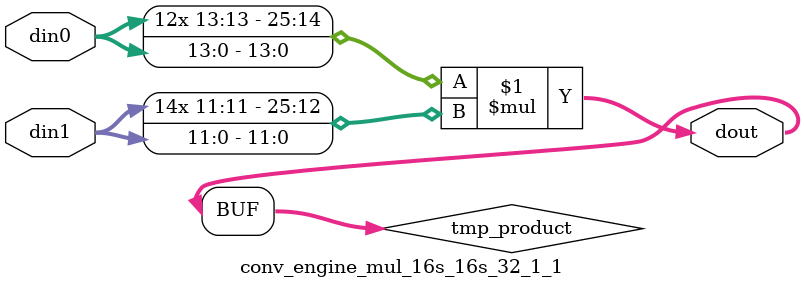
<source format=v>

`timescale 1 ns / 1 ps

 module conv_engine_mul_16s_16s_32_1_1(din0, din1, dout);
parameter ID = 1;
parameter NUM_STAGE = 0;
parameter din0_WIDTH = 14;
parameter din1_WIDTH = 12;
parameter dout_WIDTH = 26;

input [din0_WIDTH - 1 : 0] din0; 
input [din1_WIDTH - 1 : 0] din1; 
output [dout_WIDTH - 1 : 0] dout;

wire signed [dout_WIDTH - 1 : 0] tmp_product;



























assign tmp_product = $signed(din0) * $signed(din1);








assign dout = tmp_product;





















endmodule

</source>
